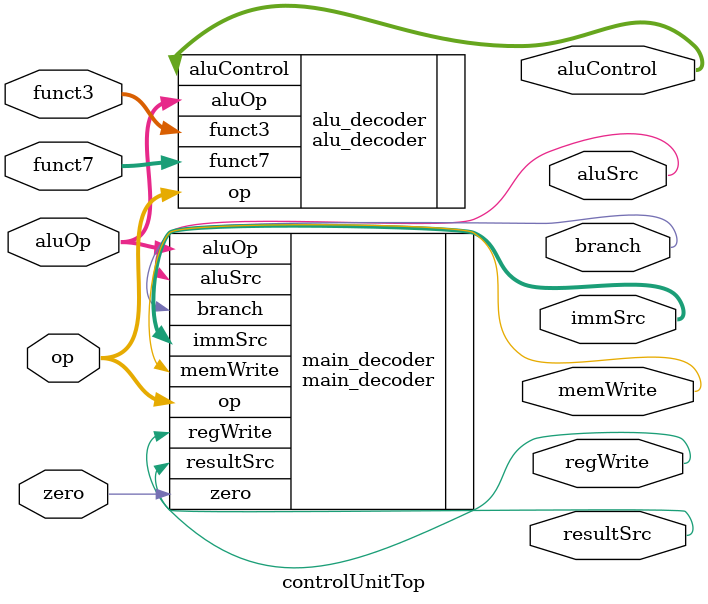
<source format=v>
`timescale 1ns / 1ps


module controlUnitTop(
input wire [1:0] aluOp,
input wire [6:0] op, funct7,
input wire [2:0] funct3,
output [2:0] aluControl,
input wire zero,
//input wire [6:0] op,
output regWrite, aluSrc, memWrite, resultSrc, branch, 
output [1:0] immSrc//, aluOp
    );
    
    alu_decoder alu_decoder (
        .aluOp(aluOp), .op(op), .funct7(funct7), .funct3(funct3), .aluControl(aluControl)
    );
    
    main_decoder main_decoder (
        .zero(zero), .op(op), .regWrite(regWrite), .aluSrc(aluSrc), .memWrite(memWrite), .resultSrc(resultSrc), .branch(branch),
        .immSrc(immSrc), .aluOp(aluOp)
    );
endmodule

</source>
